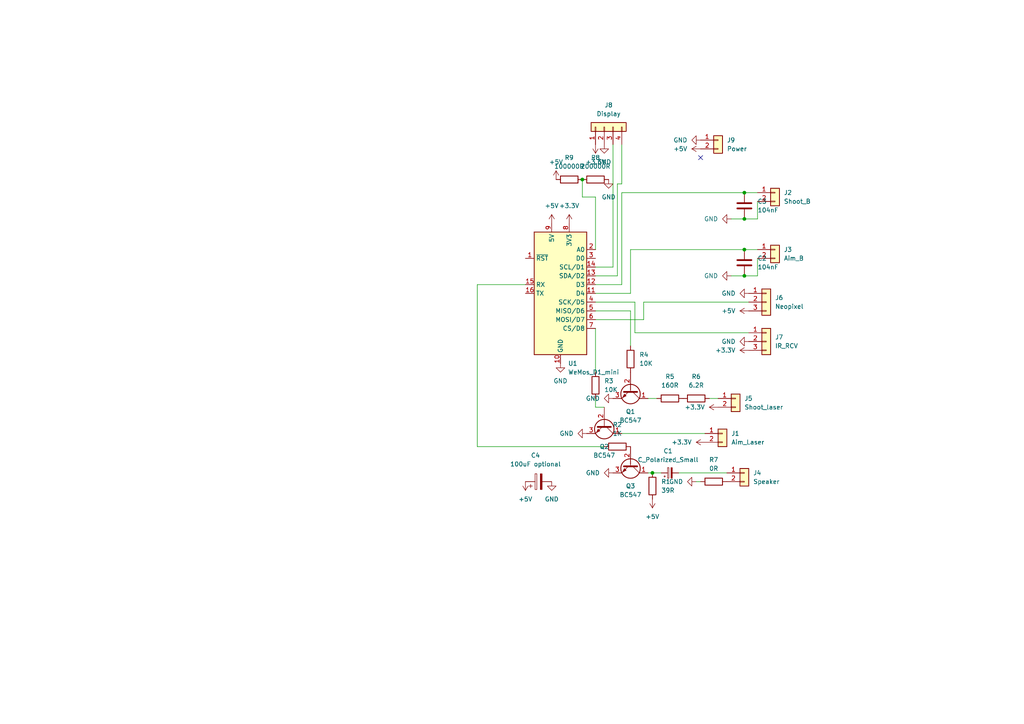
<source format=kicad_sch>
(kicad_sch (version 20230121) (generator eeschema)
  (paper "A4")
  (lib_symbols
    (symbol "Connector_Generic:Conn_01x02" (pin_names (offset 1.016) hide)
      (property "Reference" "J" (at 0 2.54 0))
      (property "Value" "Conn_01x02" (at 0 -5.08 0))
      (symbol "Conn_01x02_1_1"
        (rectangle (start -1.27 -2.413) (end 0 -2.667) (stroke (width 0.1524)))
        (rectangle (start -1.27 0.127) (end 0 -0.127) (stroke (width 0.1524)))
        (rectangle (start -1.27 1.27) (end 1.27 -3.81) (stroke (width 0.254)) (fill (type background)))
        (pin passive line (at -5.08 0 0) (length 3.81) (name "Pin_1") (number "1"))
        (pin passive line (at -5.08 -2.54 0) (length 3.81) (name "Pin_2") (number "2"))
      )
    )
    (symbol "Connector_Generic:Conn_01x03" (pin_names (offset 1.016) hide)
      (property "Reference" "J" (at 0 5.08 0))
      (property "Value" "Conn_01x03" (at 0 -5.08 0))
      (symbol "Conn_01x03_1_1"
        (rectangle (start -1.27 -2.413) (end 0 -2.667) (stroke (width 0.1524)))
        (rectangle (start -1.27 0.127) (end 0 -0.127) (stroke (width 0.1524)))
        (rectangle (start -1.27 2.667) (end 0 2.413) (stroke (width 0.1524)))
        (rectangle (start -1.27 3.81) (end 1.27 -3.81) (stroke (width 0.254)) (fill (type background)))
        (pin passive line (at -5.08 2.54 0) (length 3.81) (name "Pin_1") (number "1"))
        (pin passive line (at -5.08 0 0) (length 3.81) (name "Pin_2") (number "2"))
        (pin passive line (at -5.08 -2.54 0) (length 3.81) (name "Pin_3") (number "3"))
      )
    )
    (symbol "Connector_Generic:Conn_01x04" (pin_names (offset 1.016) hide)
      (property "Reference" "J" (at 0 5.08 0))
      (property "Value" "Conn_01x04" (at 0 -7.62 0))
      (symbol "Conn_01x04_1_1"
        (rectangle (start -1.27 -4.953) (end 0 -5.207) (stroke (width 0.1524)))
        (rectangle (start -1.27 -2.413) (end 0 -2.667) (stroke (width 0.1524)))
        (rectangle (start -1.27 0.127) (end 0 -0.127) (stroke (width 0.1524)))
        (rectangle (start -1.27 2.667) (end 0 2.413) (stroke (width 0.1524)))
        (rectangle (start -1.27 3.81) (end 1.27 -6.35) (stroke (width 0.254)) (fill (type background)))
        (pin passive line (at -5.08 2.54 0) (length 3.81) (name "Pin_1") (number "1"))
        (pin passive line (at -5.08 0 0) (length 3.81) (name "Pin_2") (number "2"))
        (pin passive line (at -5.08 -2.54 0) (length 3.81) (name "Pin_3") (number "3"))
        (pin passive line (at -5.08 -5.08 0) (length 3.81) (name "Pin_4") (number "4"))
      )
    )
    (symbol "Device:C" (pin_numbers hide) (pin_names (offset 0.254))
      (property "Reference" "C" (at 0.635 2.54 0))
      (property "Value" "C" (at 0.635 -2.54 0))
      (symbol "C_0_1"
        (polyline (pts (xy -2.032 -0.762) (xy 2.032 -0.762)) (stroke (width 0.508)))
        (polyline (pts (xy -2.032 0.762) (xy 2.032 0.762)) (stroke (width 0.508)))
      )
      (symbol "C_1_1"
        (pin passive line (at 0 3.81 270) (length 2.794) (name "~") (number "1"))
        (pin passive line (at 0 -3.81 90) (length 2.794) (name "~") (number "2"))
      )
    )
    (symbol "Device:C_Polarized" (pin_numbers hide) (pin_names (offset 0.254))
      (property "Reference" "C" (at 0.635 2.54 0))
      (property "Value" "C_Polarized" (at 0.635 -2.54 0))
      (symbol "C_Polarized_0_1"
        (rectangle (start -2.286 0.508) (end 2.286 1.016))
        (polyline (pts (xy -1.778 2.286) (xy -0.762 2.286)))
        (polyline (pts (xy -1.27 2.794) (xy -1.27 1.778)))
        (rectangle (start 2.286 -0.508) (end -2.286 -1.016) (fill (type outline)))
      )
      (symbol "C_Polarized_1_1"
        (pin passive line (at 0 3.81 270) (length 2.794) (name "~") (number "1"))
        (pin passive line (at 0 -3.81 90) (length 2.794) (name "~") (number "2"))
      )
    )
    (symbol "Device:C_Polarized_Small" (pin_numbers hide) (pin_names (offset 0.254) hide)
      (property "Reference" "C" (at 0.254 1.778 0))
      (property "Value" "C_Polarized_Small" (at 0.254 -2.032 0))
      (symbol "C_Polarized_Small_0_1"
        (rectangle (start -1.524 -0.3048) (end 1.524 -0.6858) (fill (type outline)))
        (rectangle (start -1.524 0.6858) (end 1.524 0.3048))
        (polyline (pts (xy -1.27 1.524) (xy -0.762 1.524)))
        (polyline (pts (xy -1.016 1.27) (xy -1.016 1.778)))
      )
      (symbol "C_Polarized_Small_1_1"
        (pin passive line (at 0 2.54 270) (length 1.8542) (name "~") (number "1"))
        (pin passive line (at 0 -2.54 90) (length 1.8542) (name "~") (number "2"))
      )
    )
    (symbol "Device:R" (pin_numbers hide) (pin_names (offset 0))
      (property "Reference" "R" (at 2.032 0 90))
      (property "Value" "R" (at 0 0 90))
      (symbol "R_0_1"
        (rectangle (start -1.016 -2.54) (end 1.016 2.54) (stroke (width 0.254)))
      )
      (symbol "R_1_1"
        (pin passive line (at 0 3.81 270) (length 1.27) (name "~") (number "1"))
        (pin passive line (at 0 -3.81 90) (length 1.27) (name "~") (number "2"))
      )
    )
    (symbol "MCU_Module:WeMos_D1_mini"
      (property "Reference" "U" (at 3.81 19.05 0))
      (property "Value" "WeMos_D1_mini" (at 1.27 -19.05 0))
      (symbol "WeMos_D1_mini_1_1"
        (rectangle (start -7.62 17.78) (end 7.62 -17.78) (stroke (width 0.254)) (fill (type background)))
        (pin input line (at -10.16 10.16 0) (length 2.54) (name "~{RST}") (number "1"))
        (pin power_in line (at 0 -20.32 90) (length 2.54) (name "GND") (number "10"))
        (pin bidirectional line (at 10.16 0 180) (length 2.54) (name "D4") (number "11"))
        (pin bidirectional line (at 10.16 2.54 180) (length 2.54) (name "D3") (number "12"))
        (pin bidirectional line (at 10.16 5.08 180) (length 2.54) (name "SDA/D2") (number "13"))
        (pin bidirectional line (at 10.16 7.62 180) (length 2.54) (name "SCL/D1") (number "14"))
        (pin input line (at -10.16 2.54 0) (length 2.54) (name "RX") (number "15"))
        (pin output line (at -10.16 0 0) (length 2.54) (name "TX") (number "16"))
        (pin input line (at 10.16 12.7 180) (length 2.54) (name "A0") (number "2"))
        (pin bidirectional line (at 10.16 10.16 180) (length 2.54) (name "D0") (number "3"))
        (pin bidirectional line (at 10.16 -2.54 180) (length 2.54) (name "SCK/D5") (number "4"))
        (pin bidirectional line (at 10.16 -5.08 180) (length 2.54) (name "MISO/D6") (number "5"))
        (pin bidirectional line (at 10.16 -7.62 180) (length 2.54) (name "MOSI/D7") (number "6"))
        (pin bidirectional line (at 10.16 -10.16 180) (length 2.54) (name "CS/D8") (number "7"))
        (pin power_out line (at 2.54 20.32 270) (length 2.54) (name "3V3") (number "8"))
        (pin power_in line (at -2.54 20.32 270) (length 2.54) (name "5V") (number "9"))
      )
    )
    (symbol "Transistor_BJT:BC547" (pin_names (offset 0) hide)
      (property "Reference" "Q" (at 5.08 1.905 0))
      (property "Value" "BC547" (at 5.08 0 0))
      (symbol "BC547_0_1"
        (polyline (pts (xy 0 0) (xy 0.635 0)))
        (polyline (pts (xy 0.635 0.635) (xy 2.54 2.54)))
        (polyline (pts (xy 0.635 -0.635) (xy 2.54 -2.54) (xy 2.54 -2.54)))
        (polyline (pts (xy 0.635 1.905) (xy 0.635 -1.905) (xy 0.635 -1.905)) (stroke (width 0.508)))
        (polyline (pts (xy 1.27 -1.778) (xy 1.778 -1.27) (xy 2.286 -2.286) (xy 1.27 -1.778) (xy 1.27 -1.778)) (fill (type outline)))
        (circle (center 1.27 0) (radius 2.8194) (stroke (width 0.254)))
      )
      (symbol "BC547_1_1"
        (pin passive line (at 2.54 5.08 270) (length 2.54) (name "C") (number "1"))
        (pin input line (at -5.08 0 0) (length 5.08) (name "B") (number "2"))
        (pin passive line (at 2.54 -5.08 90) (length 2.54) (name "E") (number "3"))
      )
    )
    (symbol "power:+3.3V" (power) (pin_names (offset 0))
      (property "Value" "+3.3V" (at 0 3.556 0))
      (symbol "+3.3V_0_1"
        (polyline (pts (xy -0.762 1.27) (xy 0 2.54)))
        (polyline (pts (xy 0 0) (xy 0 2.54)))
        (polyline (pts (xy 0 2.54) (xy 0.762 1.27)))
      )
      (symbol "+3.3V_1_1"
        (pin power_in line (at 0 0 90) (length 0) hide (name "+3.3V") (number "1"))
      )
    )
    (symbol "power:+5V" (power) (pin_names (offset 0))
      (property "Value" "+5V" (at 0 3.556 0))
      (symbol "+5V_0_1"
        (polyline (pts (xy -0.762 1.27) (xy 0 2.54)))
        (polyline (pts (xy 0 0) (xy 0 2.54)))
        (polyline (pts (xy 0 2.54) (xy 0.762 1.27)))
      )
      (symbol "+5V_1_1"
        (pin power_in line (at 0 0 90) (length 0) hide (name "+5V") (number "1"))
      )
    )
    (symbol "power:GND" (power) (pin_names (offset 0))
      (property "Value" "GND" (at 0 -3.81 0))
      (symbol "GND_0_1"
        (polyline (pts (xy 0 0) (xy 0 -1.27) (xy 1.27 -1.27) (xy 0 -2.54) (xy -1.27 -1.27) (xy 0 -1.27)))
      )
      (symbol "GND_1_1"
        (pin power_in line (at 0 0 270) (length 0) hide (name "GND") (number "1"))
      )
    )
  )
  (junction (at 215.9 55.88))
  (junction (at 215.9 80.01))
  (junction (at 168.91 52.07))
  (junction (at 189.23 137.16))
  (junction (at 215.9 63.5))
  (junction (at 215.9 72.39))
  (no_connect (at 203.2 45.72))
  (wire (pts (xy 187.96 137.16) (xy 189.23 137.16)))
  (wire (pts (xy 187.96 115.57) (xy 190.5 115.57)))
  (wire (pts (xy 212.09 80.01) (xy 215.9 80.01)))
  (wire (pts (xy 177.8 41.91) (xy 177.8 77.47)))
  (wire (pts (xy 215.9 63.5) (xy 219.71 63.5)))
  (wire (pts (xy 182.88 72.39) (xy 215.9 72.39)))
  (wire (pts (xy 215.9 55.88) (xy 180.34 55.88)))
  (wire (pts (xy 201.93 139.7) (xy 203.2 139.7)))
  (wire (pts (xy 219.71 58.42) (xy 219.71 63.5)))
  (wire (pts (xy 196.85 137.16) (xy 210.82 137.16)))
  (wire (pts (xy 184.15 96.52) (xy 217.17 96.52)))
  (wire (pts (xy 172.72 115.57) (xy 172.72 118.11)))
  (wire (pts (xy 217.17 87.63) (xy 186.69 87.63)))
  (wire (pts (xy 179.07 53.34) (xy 179.07 80.01)))
  (wire (pts (xy 184.15 96.52) (xy 184.15 87.63)))
  (wire (pts (xy 186.69 92.71) (xy 172.72 92.71)))
  (wire (pts (xy 219.71 74.93) (xy 219.71 80.01)))
  (wire (pts (xy 215.9 80.01) (xy 219.71 80.01)))
  (wire (pts (xy 177.8 77.47) (xy 172.72 77.47)))
  (wire (pts (xy 172.72 82.55) (xy 180.34 82.55)))
  (wire (pts (xy 186.69 87.63) (xy 186.69 92.71)))
  (wire (pts (xy 172.72 118.11) (xy 175.26 118.11)))
  (wire (pts (xy 215.9 55.88) (xy 219.71 55.88)))
  (wire (pts (xy 180.34 55.88) (xy 180.34 82.55)))
  (wire (pts (xy 184.15 87.63) (xy 172.72 87.63)))
  (wire (pts (xy 172.72 72.39) (xy 172.72 57.15)))
  (wire (pts (xy 180.34 41.91) (xy 180.34 53.34)))
  (wire (pts (xy 182.88 90.17) (xy 182.88 100.33)))
  (wire (pts (xy 172.72 85.09) (xy 182.88 85.09)))
  (wire (pts (xy 215.9 72.39) (xy 219.71 72.39)))
  (wire (pts (xy 138.43 129.54) (xy 175.26 129.54)))
  (wire (pts (xy 212.09 63.5) (xy 215.9 63.5)))
  (wire (pts (xy 138.43 129.54) (xy 138.43 82.55)))
  (wire (pts (xy 205.74 115.57) (xy 208.28 115.57)))
  (wire (pts (xy 180.34 125.73) (xy 204.47 125.73)))
  (wire (pts (xy 189.23 137.16) (xy 191.77 137.16)))
  (wire (pts (xy 138.43 82.55) (xy 152.4 82.55)))
  (wire (pts (xy 182.88 85.09) (xy 182.88 72.39)))
  (wire (pts (xy 172.72 57.15) (xy 168.91 57.15)))
  (wire (pts (xy 168.91 57.15) (xy 168.91 52.07)))
  (wire (pts (xy 179.07 80.01) (xy 172.72 80.01)))
  (wire (pts (xy 172.72 95.25) (xy 172.72 107.95)))
  (wire (pts (xy 182.88 90.17) (xy 172.72 90.17)))
  (wire (pts (xy 180.34 53.34) (xy 179.07 53.34)))
  (symbol (lib_id "Connector_Generic:Conn_01x02") (at 209.55 125.73 0) (unit 1)
    (property "Reference" "J1" (at 212.09 125.73 0) (effects (justify left)))
    (property "Value" "Aim_Laser" (at 212.09 128.27 0) (effects (justify left)))
    (property "Footprint" "Connector_PinHeader_2.54mm:PinHeader_1x02_P2.54mm_Vertical" (effects hide))
  )
  (symbol (lib_id "Transistor_BJT:BC547") (at 182.88 134.62 270) (unit 1)
    (property "Reference" "Q3" (at 182.88 140.97 90))
    (property "Value" "BC547" (at 182.88 143.51 90))
    (property "Footprint" "Package_TO_SOT_THT:TO-92_Inline" (effects hide))
    (property "Datasheet" "https://www.onsemi.com/pub/Collateral/BC550-D.pdf" (effects hide))
  )
  (symbol (lib_id "power:+5V") (at 189.23 144.78 180) (unit 1)
    (property "Reference" "#PWR012" (effects hide))
    (property "Value" "+5V" (at 189.23 149.86 0))
  )
  (symbol (lib_id "Device:C") (at 215.9 76.2 180) (unit 1)
    (property "Reference" "C2" (at 219.71 74.93 0) (effects (justify right)))
    (property "Value" "104nF" (at 219.71 77.47 0) (effects (justify right)))
    (property "Footprint" "Capacitor_THT:C_Disc_D5.0mm_W2.5mm_P2.50mm" (effects hide))
  )
  (symbol (lib_id "Device:R") (at 172.72 111.76 180) (unit 1)
    (property "Reference" "R3" (at 175.26 110.49 0) (effects (justify right)))
    (property "Value" "10K" (at 175.26 113.03 0) (effects (justify right)))
    (property "Footprint" "Resistor_THT:R_Axial_DIN0204_L3.6mm_D1.6mm_P7.62mm_Horizontal" (effects hide))
  )
  (symbol (lib_id "Connector_Generic:Conn_01x02") (at 213.36 115.57 0) (unit 1)
    (property "Reference" "J5" (at 215.9 115.57 0) (effects (justify left)))
    (property "Value" "Shoot_laser" (at 215.9 118.11 0) (effects (justify left)))
    (property "Footprint" "Connector_PinHeader_2.54mm:PinHeader_1x02_P2.54mm_Vertical" (effects hide))
  )
  (symbol (lib_id "power:GND") (at 177.8 115.57 270) (unit 1)
    (property "Reference" "#PWR09" (effects hide))
    (property "Value" "GND" (at 173.99 115.57 90) (effects (justify right)))
  )
  (symbol (lib_id "power:GND") (at 170.18 125.73 270) (unit 1)
    (property "Reference" "#PWR010" (effects hide))
    (property "Value" "GND" (at 166.37 125.73 90) (effects (justify right)))
  )
  (symbol (lib_id "Device:C") (at 215.9 59.69 180) (unit 1)
    (property "Reference" "C3" (at 219.71 58.42 0) (effects (justify right)))
    (property "Value" "104nF" (at 219.71 60.96 0) (effects (justify right)))
    (property "Footprint" "Capacitor_THT:C_Disc_D5.0mm_W2.5mm_P2.50mm" (effects hide))
  )
  (symbol (lib_id "Device:R") (at 201.93 115.57 90) (unit 1)
    (property "Reference" "R6" (at 201.93 109.22 90))
    (property "Value" "6.2R" (at 201.93 111.76 90))
    (property "Footprint" "Resistor_THT:R_Axial_DIN0204_L3.6mm_D1.6mm_P7.62mm_Horizontal" (effects hide))
  )
  (symbol (lib_id "power:+3.3V") (at 204.47 128.27 90) (unit 1)
    (property "Reference" "#PWR07" (effects hide))
    (property "Value" "+3.3V" (at 200.66 128.27 90) (effects (justify left)))
  )
  (symbol (lib_id "power:GND") (at 176.53 52.07 0) (unit 1)
    (property "Reference" "#PWR024" (effects hide))
    (property "Value" "GND" (at 176.53 57.15 0))
  )
  (symbol (lib_id "power:+5V") (at 152.4 139.7 180) (unit 1)
    (property "Reference" "#PWR021" (effects hide))
    (property "Value" "+5V" (at 152.4 144.78 0))
  )
  (symbol (lib_id "power:+5V") (at 203.2 43.18 90) (unit 1)
    (property "Reference" "#PWR020" (effects hide))
    (property "Value" "+5V" (at 199.39 43.18 90) (effects (justify left)))
  )
  (symbol (lib_id "Device:R") (at 165.1 52.07 90) (unit 1)
    (property "Reference" "R9" (at 165.1 45.72 90))
    (property "Value" "100000R" (at 165.1 48.26 90))
    (property "Footprint" "Resistor_THT:R_Axial_DIN0204_L3.6mm_D1.6mm_P7.62mm_Horizontal" (effects hide))
  )
  (symbol (lib_id "power:GND") (at 217.17 99.06 270) (unit 1)
    (property "Reference" "#PWR015" (effects hide))
    (property "Value" "GND" (at 213.36 99.06 90) (effects (justify right)))
  )
  (symbol (lib_id "power:GND") (at 212.09 80.01 270) (unit 1)
    (property "Reference" "#PWR05" (effects hide))
    (property "Value" "GND" (at 208.28 80.01 90) (effects (justify right)))
  )
  (symbol (lib_id "Device:R") (at 207.01 139.7 90) (unit 1)
    (property "Reference" "R7" (at 207.01 133.35 90))
    (property "Value" "0R" (at 207.01 135.89 90))
    (property "Footprint" "Resistor_THT:R_Axial_DIN0204_L3.6mm_D1.6mm_P7.62mm_Horizontal" (effects hide))
  )
  (symbol (lib_id "power:+5V") (at 161.29 52.07 0) (unit 1)
    (property "Reference" "#PWR023" (effects hide))
    (property "Value" "+5V" (at 161.29 46.99 0))
  )
  (symbol (lib_id "Device:R") (at 179.07 129.54 90) (unit 1)
    (property "Reference" "R2" (at 179.07 123.19 90))
    (property "Value" "1K" (at 179.07 125.73 90))
    (property "Footprint" "Resistor_THT:R_Axial_DIN0204_L3.6mm_D1.6mm_P7.62mm_Horizontal" (effects hide))
  )
  (symbol (lib_id "power:+3.3V") (at 208.28 118.11 90) (unit 1)
    (property "Reference" "#PWR06" (effects hide))
    (property "Value" "+3.3V" (at 204.47 118.11 90) (effects (justify left)))
  )
  (symbol (lib_id "Connector_Generic:Conn_01x03") (at 222.25 87.63 0) (unit 1)
    (property "Reference" "J6" (at 224.79 86.36 0) (effects (justify left)))
    (property "Value" "Neopixel" (at 224.79 88.9 0) (effects (justify left)))
    (property "Footprint" "Connector_PinHeader_2.54mm:PinHeader_1x03_P2.54mm_Vertical" (effects hide))
  )
  (symbol (lib_id "power:+3.3V") (at 165.1 64.77 0) (unit 1)
    (property "Reference" "#PWR02" (effects hide))
    (property "Value" "+3.3V" (at 165.1 59.69 0))
  )
  (symbol (lib_id "Device:C_Polarized") (at 156.21 139.7 90) (unit 1)
    (property "Reference" "C4" (at 155.321 132.08 90))
    (property "Value" "100uF optional" (at 155.321 134.62 90))
    (property "Footprint" "Capacitor_THT:CP_Radial_D6.3mm_P2.50mm" (effects hide))
  )
  (symbol (lib_id "power:GND") (at 175.26 41.91 0) (unit 1)
    (property "Reference" "#PWR018" (effects hide))
    (property "Value" "GND" (at 175.26 46.99 0))
  )
  (symbol (lib_id "Device:R") (at 189.23 140.97 0) (unit 1)
    (property "Reference" "R1" (at 191.77 139.7 0) (effects (justify left)))
    (property "Value" "39R" (at 191.77 142.24 0) (effects (justify left)))
    (property "Footprint" "Resistor_THT:R_Axial_DIN0204_L3.6mm_D1.6mm_P7.62mm_Horizontal" (effects hide))
  )
  (symbol (lib_id "Device:R") (at 194.31 115.57 90) (unit 1)
    (property "Reference" "R5" (at 194.31 109.22 90))
    (property "Value" "160R" (at 194.31 111.76 90))
    (property "Footprint" "Resistor_THT:R_Axial_DIN0204_L3.6mm_D1.6mm_P7.62mm_Horizontal" (effects hide))
  )
  (symbol (lib_id "Connector_Generic:Conn_01x04") (at 175.26 36.83 90) (unit 1)
    (property "Reference" "J8" (at 176.53 30.48 90))
    (property "Value" "Display" (at 176.53 33.02 90))
    (property "Footprint" "Connector_PinHeader_2.54mm:PinHeader_1x04_P2.54mm_Vertical" (effects hide))
  )
  (symbol (lib_id "Device:C_Polarized_Small") (at 194.31 137.16 90) (unit 1)
    (property "Reference" "C1" (at 193.7639 130.81 90))
    (property "Value" "C_Polarized_Small" (at 193.7639 133.35 90))
    (property "Footprint" "Capacitor_THT:CP_Radial_D4.0mm_P2.00mm" (effects hide))
  )
  (symbol (lib_id "power:+3.3V") (at 217.17 101.6 90) (unit 1)
    (property "Reference" "#PWR016" (effects hide))
    (property "Value" "+3.3V" (at 213.36 101.6 90) (effects (justify left)))
  )
  (symbol (lib_id "power:+5V") (at 160.02 64.77 0) (unit 1)
    (property "Reference" "#PWR03" (effects hide))
    (property "Value" "+5V" (at 160.02 59.69 0))
  )
  (symbol (lib_id "Transistor_BJT:BC547") (at 175.26 123.19 270) (unit 1)
    (property "Reference" "Q2" (at 175.26 129.54 90))
    (property "Value" "BC547" (at 175.26 132.08 90))
    (property "Footprint" "Package_TO_SOT_THT:TO-92_Inline" (effects hide))
    (property "Datasheet" "https://www.onsemi.com/pub/Collateral/BC550-D.pdf" (effects hide))
  )
  (symbol (lib_id "Connector_Generic:Conn_01x02") (at 224.79 72.39 0) (unit 1)
    (property "Reference" "J3" (at 227.33 72.39 0) (effects (justify left)))
    (property "Value" "Aim_B" (at 227.33 74.93 0) (effects (justify left)))
    (property "Footprint" "Connector_PinHeader_2.54mm:PinHeader_1x02_P2.54mm_Vertical" (effects hide))
  )
  (symbol (lib_id "Connector_Generic:Conn_01x02") (at 224.79 55.88 0) (unit 1)
    (property "Reference" "J2" (at 227.33 55.88 0) (effects (justify left)))
    (property "Value" "Shoot_B" (at 227.33 58.42 0) (effects (justify left)))
    (property "Footprint" "Connector_PinHeader_2.54mm:PinHeader_1x02_P2.54mm_Vertical" (effects hide))
  )
  (symbol (lib_id "MCU_Module:WeMos_D1_mini") (at 162.56 85.09 0) (unit 1)
    (property "Reference" "U1" (at 164.7541 105.41 0) (effects (justify left)))
    (property "Value" "WeMos_D1_mini" (at 164.7541 107.95 0) (effects (justify left)))
    (property "Footprint" "Module:WEMOS_D1_mini_light" (effects hide))
    (property "Datasheet" "https://wiki.wemos.cc/products:d1:d1_mini#documentation" (effects hide))
  )
  (symbol (lib_id "Transistor_BJT:BC547") (at 182.88 113.03 270) (unit 1)
    (property "Reference" "Q1" (at 182.88 119.38 90))
    (property "Value" "BC547" (at 182.88 121.92 90))
    (property "Footprint" "Package_TO_SOT_THT:TO-92_Inline" (effects hide))
    (property "Datasheet" "https://www.onsemi.com/pub/Collateral/BC550-D.pdf" (effects hide))
  )
  (symbol (lib_id "Connector_Generic:Conn_01x03") (at 222.25 99.06 0) (unit 1)
    (property "Reference" "J7" (at 224.79 97.79 0) (effects (justify left)))
    (property "Value" "IR_RCV" (at 224.79 100.33 0) (effects (justify left)))
    (property "Footprint" "Connector_PinHeader_2.54mm:PinHeader_1x03_P2.54mm_Vertical" (effects hide))
  )
  (symbol (lib_id "Device:R") (at 172.72 52.07 90) (unit 1)
    (property "Reference" "R8" (at 172.72 45.72 90))
    (property "Value" "200000R" (at 172.72 48.26 90))
    (property "Footprint" "Resistor_THT:R_Axial_DIN0204_L3.6mm_D1.6mm_P7.62mm_Horizontal" (effects hide))
  )
  (symbol (lib_id "power:+3.3V") (at 172.72 41.91 180) (unit 1)
    (property "Reference" "#PWR017" (effects hide))
    (property "Value" "+3.3V" (at 172.72 46.99 0))
  )
  (symbol (lib_id "power:GND") (at 162.56 105.41 0) (unit 1)
    (property "Reference" "#PWR01" (effects hide))
    (property "Value" "GND" (at 162.56 110.49 0))
  )
  (symbol (lib_id "power:GND") (at 203.2 40.64 270) (unit 1)
    (property "Reference" "#PWR019" (effects hide))
    (property "Value" "GND" (at 199.39 40.64 90) (effects (justify right)))
  )
  (symbol (lib_id "power:GND") (at 177.8 137.16 270) (unit 1)
    (property "Reference" "#PWR011" (effects hide))
    (property "Value" "GND" (at 173.99 137.16 90) (effects (justify right)))
  )
  (symbol (lib_id "power:GND") (at 212.09 63.5 270) (unit 1)
    (property "Reference" "#PWR04" (effects hide))
    (property "Value" "GND" (at 208.28 63.5 90) (effects (justify right)))
  )
  (symbol (lib_id "power:GND") (at 160.02 139.7 0) (unit 1)
    (property "Reference" "#PWR022" (effects hide))
    (property "Value" "GND" (at 160.02 144.78 0))
  )
  (symbol (lib_id "Device:R") (at 182.88 104.14 180) (unit 1)
    (property "Reference" "R4" (at 185.42 102.87 0) (effects (justify right)))
    (property "Value" "10K" (at 185.42 105.41 0) (effects (justify right)))
    (property "Footprint" "Resistor_THT:R_Axial_DIN0204_L3.6mm_D1.6mm_P7.62mm_Horizontal" (effects hide))
  )
  (symbol (lib_id "power:GND") (at 201.93 139.7 270) (unit 1)
    (property "Reference" "#PWR08" (effects hide))
    (property "Value" "GND" (at 198.12 139.7 90) (effects (justify right)))
  )
  (symbol (lib_id "Connector_Generic:Conn_01x02") (at 208.28 40.64 0) (unit 1)
    (property "Reference" "J9" (at 210.82 40.64 0) (effects (justify left)))
    (property "Value" "Power" (at 210.82 43.18 0) (effects (justify left)))
    (property "Footprint" "Connector_PinHeader_2.54mm:PinHeader_1x02_P2.54mm_Vertical" (effects hide))
  )
  (symbol (lib_id "Connector_Generic:Conn_01x02") (at 215.9 137.16 0) (unit 1)
    (property "Reference" "J4" (at 218.44 137.16 0) (effects (justify left)))
    (property "Value" "Speaker" (at 218.44 139.7 0) (effects (justify left)))
    (property "Footprint" "Connector_PinHeader_2.54mm:PinHeader_1x02_P2.54mm_Vertical" (effects hide))
  )
  (symbol (lib_id "power:GND") (at 217.17 85.09 270) (unit 1)
    (property "Reference" "#PWR013" (effects hide))
    (property "Value" "GND" (at 213.36 85.09 90) (effects (justify right)))
  )
  (symbol (lib_id "power:+5V") (at 217.17 90.17 90) (unit 1)
    (property "Reference" "#PWR014" (effects hide))
    (property "Value" "+5V" (at 213.36 90.17 90) (effects (justify left)))
  )
)
</source>
